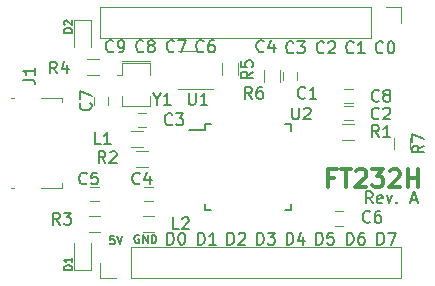
<source format=gto>
G04 #@! TF.GenerationSoftware,KiCad,Pcbnew,(5.0.1-3-g963ef8bb5)*
G04 #@! TF.CreationDate,2018-11-23T17:20:43+01:00*
G04 #@! TF.ProjectId,FT232H,4654323332482E6B696361645F706362,rev?*
G04 #@! TF.SameCoordinates,Original*
G04 #@! TF.FileFunction,Legend,Top*
G04 #@! TF.FilePolarity,Positive*
%FSLAX46Y46*%
G04 Gerber Fmt 4.6, Leading zero omitted, Abs format (unit mm)*
G04 Created by KiCad (PCBNEW (5.0.1-3-g963ef8bb5)) date Friday, 23 November 2018 at 17:20:43*
%MOMM*%
%LPD*%
G01*
G04 APERTURE LIST*
%ADD10C,0.200000*%
%ADD11C,0.300000*%
%ADD12C,0.150000*%
%ADD13C,0.120000*%
G04 APERTURE END LIST*
D10*
X183052380Y-80052380D02*
X182719047Y-79576190D01*
X182480952Y-80052380D02*
X182480952Y-79052380D01*
X182861904Y-79052380D01*
X182957142Y-79100000D01*
X183004761Y-79147619D01*
X183052380Y-79242857D01*
X183052380Y-79385714D01*
X183004761Y-79480952D01*
X182957142Y-79528571D01*
X182861904Y-79576190D01*
X182480952Y-79576190D01*
X183861904Y-80004761D02*
X183766666Y-80052380D01*
X183576190Y-80052380D01*
X183480952Y-80004761D01*
X183433333Y-79909523D01*
X183433333Y-79528571D01*
X183480952Y-79433333D01*
X183576190Y-79385714D01*
X183766666Y-79385714D01*
X183861904Y-79433333D01*
X183909523Y-79528571D01*
X183909523Y-79623809D01*
X183433333Y-79719047D01*
X184242857Y-79385714D02*
X184480952Y-80052380D01*
X184719047Y-79385714D01*
X185100000Y-79957142D02*
X185147619Y-80004761D01*
X185100000Y-80052380D01*
X185052380Y-80004761D01*
X185100000Y-79957142D01*
X185100000Y-80052380D01*
X186290476Y-79766666D02*
X186766666Y-79766666D01*
X186195238Y-80052380D02*
X186528571Y-79052380D01*
X186861904Y-80052380D01*
D11*
X179814285Y-77892857D02*
X179314285Y-77892857D01*
X179314285Y-78678571D02*
X179314285Y-77178571D01*
X180028571Y-77178571D01*
X180385714Y-77178571D02*
X181242857Y-77178571D01*
X180814285Y-78678571D02*
X180814285Y-77178571D01*
X181671428Y-77321428D02*
X181742857Y-77250000D01*
X181885714Y-77178571D01*
X182242857Y-77178571D01*
X182385714Y-77250000D01*
X182457142Y-77321428D01*
X182528571Y-77464285D01*
X182528571Y-77607142D01*
X182457142Y-77821428D01*
X181600000Y-78678571D01*
X182528571Y-78678571D01*
X183028571Y-77178571D02*
X183957142Y-77178571D01*
X183457142Y-77750000D01*
X183671428Y-77750000D01*
X183814285Y-77821428D01*
X183885714Y-77892857D01*
X183957142Y-78035714D01*
X183957142Y-78392857D01*
X183885714Y-78535714D01*
X183814285Y-78607142D01*
X183671428Y-78678571D01*
X183242857Y-78678571D01*
X183100000Y-78607142D01*
X183028571Y-78535714D01*
X184528571Y-77321428D02*
X184600000Y-77250000D01*
X184742857Y-77178571D01*
X185100000Y-77178571D01*
X185242857Y-77250000D01*
X185314285Y-77321428D01*
X185385714Y-77464285D01*
X185385714Y-77607142D01*
X185314285Y-77821428D01*
X184457142Y-78678571D01*
X185385714Y-78678571D01*
X186028571Y-78678571D02*
X186028571Y-77178571D01*
X186028571Y-77892857D02*
X186885714Y-77892857D01*
X186885714Y-78678571D02*
X186885714Y-77178571D01*
D10*
X183461904Y-83552380D02*
X183461904Y-82552380D01*
X183700000Y-82552380D01*
X183842857Y-82600000D01*
X183938095Y-82695238D01*
X183985714Y-82790476D01*
X184033333Y-82980952D01*
X184033333Y-83123809D01*
X183985714Y-83314285D01*
X183938095Y-83409523D01*
X183842857Y-83504761D01*
X183700000Y-83552380D01*
X183461904Y-83552380D01*
X184366666Y-82552380D02*
X185033333Y-82552380D01*
X184604761Y-83552380D01*
X180861904Y-83552380D02*
X180861904Y-82552380D01*
X181100000Y-82552380D01*
X181242857Y-82600000D01*
X181338095Y-82695238D01*
X181385714Y-82790476D01*
X181433333Y-82980952D01*
X181433333Y-83123809D01*
X181385714Y-83314285D01*
X181338095Y-83409523D01*
X181242857Y-83504761D01*
X181100000Y-83552380D01*
X180861904Y-83552380D01*
X182290476Y-82552380D02*
X182100000Y-82552380D01*
X182004761Y-82600000D01*
X181957142Y-82647619D01*
X181861904Y-82790476D01*
X181814285Y-82980952D01*
X181814285Y-83361904D01*
X181861904Y-83457142D01*
X181909523Y-83504761D01*
X182004761Y-83552380D01*
X182195238Y-83552380D01*
X182290476Y-83504761D01*
X182338095Y-83457142D01*
X182385714Y-83361904D01*
X182385714Y-83123809D01*
X182338095Y-83028571D01*
X182290476Y-82980952D01*
X182195238Y-82933333D01*
X182004761Y-82933333D01*
X181909523Y-82980952D01*
X181861904Y-83028571D01*
X181814285Y-83123809D01*
X178261904Y-83552380D02*
X178261904Y-82552380D01*
X178500000Y-82552380D01*
X178642857Y-82600000D01*
X178738095Y-82695238D01*
X178785714Y-82790476D01*
X178833333Y-82980952D01*
X178833333Y-83123809D01*
X178785714Y-83314285D01*
X178738095Y-83409523D01*
X178642857Y-83504761D01*
X178500000Y-83552380D01*
X178261904Y-83552380D01*
X179738095Y-82552380D02*
X179261904Y-82552380D01*
X179214285Y-83028571D01*
X179261904Y-82980952D01*
X179357142Y-82933333D01*
X179595238Y-82933333D01*
X179690476Y-82980952D01*
X179738095Y-83028571D01*
X179785714Y-83123809D01*
X179785714Y-83361904D01*
X179738095Y-83457142D01*
X179690476Y-83504761D01*
X179595238Y-83552380D01*
X179357142Y-83552380D01*
X179261904Y-83504761D01*
X179214285Y-83457142D01*
X175761904Y-83552380D02*
X175761904Y-82552380D01*
X176000000Y-82552380D01*
X176142857Y-82600000D01*
X176238095Y-82695238D01*
X176285714Y-82790476D01*
X176333333Y-82980952D01*
X176333333Y-83123809D01*
X176285714Y-83314285D01*
X176238095Y-83409523D01*
X176142857Y-83504761D01*
X176000000Y-83552380D01*
X175761904Y-83552380D01*
X177190476Y-82885714D02*
X177190476Y-83552380D01*
X176952380Y-82504761D02*
X176714285Y-83219047D01*
X177333333Y-83219047D01*
X173261904Y-83552380D02*
X173261904Y-82552380D01*
X173500000Y-82552380D01*
X173642857Y-82600000D01*
X173738095Y-82695238D01*
X173785714Y-82790476D01*
X173833333Y-82980952D01*
X173833333Y-83123809D01*
X173785714Y-83314285D01*
X173738095Y-83409523D01*
X173642857Y-83504761D01*
X173500000Y-83552380D01*
X173261904Y-83552380D01*
X174166666Y-82552380D02*
X174785714Y-82552380D01*
X174452380Y-82933333D01*
X174595238Y-82933333D01*
X174690476Y-82980952D01*
X174738095Y-83028571D01*
X174785714Y-83123809D01*
X174785714Y-83361904D01*
X174738095Y-83457142D01*
X174690476Y-83504761D01*
X174595238Y-83552380D01*
X174309523Y-83552380D01*
X174214285Y-83504761D01*
X174166666Y-83457142D01*
X170761904Y-83552380D02*
X170761904Y-82552380D01*
X171000000Y-82552380D01*
X171142857Y-82600000D01*
X171238095Y-82695238D01*
X171285714Y-82790476D01*
X171333333Y-82980952D01*
X171333333Y-83123809D01*
X171285714Y-83314285D01*
X171238095Y-83409523D01*
X171142857Y-83504761D01*
X171000000Y-83552380D01*
X170761904Y-83552380D01*
X171714285Y-82647619D02*
X171761904Y-82600000D01*
X171857142Y-82552380D01*
X172095238Y-82552380D01*
X172190476Y-82600000D01*
X172238095Y-82647619D01*
X172285714Y-82742857D01*
X172285714Y-82838095D01*
X172238095Y-82980952D01*
X171666666Y-83552380D01*
X172285714Y-83552380D01*
X168261904Y-83552380D02*
X168261904Y-82552380D01*
X168500000Y-82552380D01*
X168642857Y-82600000D01*
X168738095Y-82695238D01*
X168785714Y-82790476D01*
X168833333Y-82980952D01*
X168833333Y-83123809D01*
X168785714Y-83314285D01*
X168738095Y-83409523D01*
X168642857Y-83504761D01*
X168500000Y-83552380D01*
X168261904Y-83552380D01*
X169785714Y-83552380D02*
X169214285Y-83552380D01*
X169500000Y-83552380D02*
X169500000Y-82552380D01*
X169404761Y-82695238D01*
X169309523Y-82790476D01*
X169214285Y-82838095D01*
X165661904Y-83552380D02*
X165661904Y-82552380D01*
X165900000Y-82552380D01*
X166042857Y-82600000D01*
X166138095Y-82695238D01*
X166185714Y-82790476D01*
X166233333Y-82980952D01*
X166233333Y-83123809D01*
X166185714Y-83314285D01*
X166138095Y-83409523D01*
X166042857Y-83504761D01*
X165900000Y-83552380D01*
X165661904Y-83552380D01*
X166852380Y-82552380D02*
X166947619Y-82552380D01*
X167042857Y-82600000D01*
X167090476Y-82647619D01*
X167138095Y-82742857D01*
X167185714Y-82933333D01*
X167185714Y-83171428D01*
X167138095Y-83361904D01*
X167090476Y-83457142D01*
X167042857Y-83504761D01*
X166947619Y-83552380D01*
X166852380Y-83552380D01*
X166757142Y-83504761D01*
X166709523Y-83457142D01*
X166661904Y-83361904D01*
X166614285Y-83171428D01*
X166614285Y-82933333D01*
X166661904Y-82742857D01*
X166709523Y-82647619D01*
X166757142Y-82600000D01*
X166852380Y-82552380D01*
D12*
X161166666Y-82816666D02*
X160833333Y-82816666D01*
X160800000Y-83150000D01*
X160833333Y-83116666D01*
X160900000Y-83083333D01*
X161066666Y-83083333D01*
X161133333Y-83116666D01*
X161166666Y-83150000D01*
X161200000Y-83216666D01*
X161200000Y-83383333D01*
X161166666Y-83450000D01*
X161133333Y-83483333D01*
X161066666Y-83516666D01*
X160900000Y-83516666D01*
X160833333Y-83483333D01*
X160800000Y-83450000D01*
X161400000Y-82816666D02*
X161633333Y-83516666D01*
X161866666Y-82816666D01*
X163266666Y-82750000D02*
X163200000Y-82716666D01*
X163100000Y-82716666D01*
X163000000Y-82750000D01*
X162933333Y-82816666D01*
X162900000Y-82883333D01*
X162866666Y-83016666D01*
X162866666Y-83116666D01*
X162900000Y-83250000D01*
X162933333Y-83316666D01*
X163000000Y-83383333D01*
X163100000Y-83416666D01*
X163166666Y-83416666D01*
X163266666Y-83383333D01*
X163300000Y-83350000D01*
X163300000Y-83116666D01*
X163166666Y-83116666D01*
X163600000Y-83416666D02*
X163600000Y-82716666D01*
X164000000Y-83416666D01*
X164000000Y-82716666D01*
X164333333Y-83416666D02*
X164333333Y-82716666D01*
X164500000Y-82716666D01*
X164600000Y-82750000D01*
X164666666Y-82816666D01*
X164700000Y-82883333D01*
X164733333Y-83016666D01*
X164733333Y-83116666D01*
X164700000Y-83250000D01*
X164666666Y-83316666D01*
X164600000Y-83383333D01*
X164500000Y-83416666D01*
X164333333Y-83416666D01*
D10*
X183933333Y-67257142D02*
X183885714Y-67304761D01*
X183742857Y-67352380D01*
X183647619Y-67352380D01*
X183504761Y-67304761D01*
X183409523Y-67209523D01*
X183361904Y-67114285D01*
X183314285Y-66923809D01*
X183314285Y-66780952D01*
X183361904Y-66590476D01*
X183409523Y-66495238D01*
X183504761Y-66400000D01*
X183647619Y-66352380D01*
X183742857Y-66352380D01*
X183885714Y-66400000D01*
X183933333Y-66447619D01*
X184552380Y-66352380D02*
X184647619Y-66352380D01*
X184742857Y-66400000D01*
X184790476Y-66447619D01*
X184838095Y-66542857D01*
X184885714Y-66733333D01*
X184885714Y-66971428D01*
X184838095Y-67161904D01*
X184790476Y-67257142D01*
X184742857Y-67304761D01*
X184647619Y-67352380D01*
X184552380Y-67352380D01*
X184457142Y-67304761D01*
X184409523Y-67257142D01*
X184361904Y-67161904D01*
X184314285Y-66971428D01*
X184314285Y-66733333D01*
X184361904Y-66542857D01*
X184409523Y-66447619D01*
X184457142Y-66400000D01*
X184552380Y-66352380D01*
X181433333Y-67257142D02*
X181385714Y-67304761D01*
X181242857Y-67352380D01*
X181147619Y-67352380D01*
X181004761Y-67304761D01*
X180909523Y-67209523D01*
X180861904Y-67114285D01*
X180814285Y-66923809D01*
X180814285Y-66780952D01*
X180861904Y-66590476D01*
X180909523Y-66495238D01*
X181004761Y-66400000D01*
X181147619Y-66352380D01*
X181242857Y-66352380D01*
X181385714Y-66400000D01*
X181433333Y-66447619D01*
X182385714Y-67352380D02*
X181814285Y-67352380D01*
X182100000Y-67352380D02*
X182100000Y-66352380D01*
X182004761Y-66495238D01*
X181909523Y-66590476D01*
X181814285Y-66638095D01*
X178933333Y-67257142D02*
X178885714Y-67304761D01*
X178742857Y-67352380D01*
X178647619Y-67352380D01*
X178504761Y-67304761D01*
X178409523Y-67209523D01*
X178361904Y-67114285D01*
X178314285Y-66923809D01*
X178314285Y-66780952D01*
X178361904Y-66590476D01*
X178409523Y-66495238D01*
X178504761Y-66400000D01*
X178647619Y-66352380D01*
X178742857Y-66352380D01*
X178885714Y-66400000D01*
X178933333Y-66447619D01*
X179314285Y-66447619D02*
X179361904Y-66400000D01*
X179457142Y-66352380D01*
X179695238Y-66352380D01*
X179790476Y-66400000D01*
X179838095Y-66447619D01*
X179885714Y-66542857D01*
X179885714Y-66638095D01*
X179838095Y-66780952D01*
X179266666Y-67352380D01*
X179885714Y-67352380D01*
X176333333Y-67257142D02*
X176285714Y-67304761D01*
X176142857Y-67352380D01*
X176047619Y-67352380D01*
X175904761Y-67304761D01*
X175809523Y-67209523D01*
X175761904Y-67114285D01*
X175714285Y-66923809D01*
X175714285Y-66780952D01*
X175761904Y-66590476D01*
X175809523Y-66495238D01*
X175904761Y-66400000D01*
X176047619Y-66352380D01*
X176142857Y-66352380D01*
X176285714Y-66400000D01*
X176333333Y-66447619D01*
X176666666Y-66352380D02*
X177285714Y-66352380D01*
X176952380Y-66733333D01*
X177095238Y-66733333D01*
X177190476Y-66780952D01*
X177238095Y-66828571D01*
X177285714Y-66923809D01*
X177285714Y-67161904D01*
X177238095Y-67257142D01*
X177190476Y-67304761D01*
X177095238Y-67352380D01*
X176809523Y-67352380D01*
X176714285Y-67304761D01*
X176666666Y-67257142D01*
X173833333Y-67157142D02*
X173785714Y-67204761D01*
X173642857Y-67252380D01*
X173547619Y-67252380D01*
X173404761Y-67204761D01*
X173309523Y-67109523D01*
X173261904Y-67014285D01*
X173214285Y-66823809D01*
X173214285Y-66680952D01*
X173261904Y-66490476D01*
X173309523Y-66395238D01*
X173404761Y-66300000D01*
X173547619Y-66252380D01*
X173642857Y-66252380D01*
X173785714Y-66300000D01*
X173833333Y-66347619D01*
X174690476Y-66585714D02*
X174690476Y-67252380D01*
X174452380Y-66204761D02*
X174214285Y-66919047D01*
X174833333Y-66919047D01*
X168733333Y-67157142D02*
X168685714Y-67204761D01*
X168542857Y-67252380D01*
X168447619Y-67252380D01*
X168304761Y-67204761D01*
X168209523Y-67109523D01*
X168161904Y-67014285D01*
X168114285Y-66823809D01*
X168114285Y-66680952D01*
X168161904Y-66490476D01*
X168209523Y-66395238D01*
X168304761Y-66300000D01*
X168447619Y-66252380D01*
X168542857Y-66252380D01*
X168685714Y-66300000D01*
X168733333Y-66347619D01*
X169590476Y-66252380D02*
X169400000Y-66252380D01*
X169304761Y-66300000D01*
X169257142Y-66347619D01*
X169161904Y-66490476D01*
X169114285Y-66680952D01*
X169114285Y-67061904D01*
X169161904Y-67157142D01*
X169209523Y-67204761D01*
X169304761Y-67252380D01*
X169495238Y-67252380D01*
X169590476Y-67204761D01*
X169638095Y-67157142D01*
X169685714Y-67061904D01*
X169685714Y-66823809D01*
X169638095Y-66728571D01*
X169590476Y-66680952D01*
X169495238Y-66633333D01*
X169304761Y-66633333D01*
X169209523Y-66680952D01*
X169161904Y-66728571D01*
X169114285Y-66823809D01*
X166233333Y-67157142D02*
X166185714Y-67204761D01*
X166042857Y-67252380D01*
X165947619Y-67252380D01*
X165804761Y-67204761D01*
X165709523Y-67109523D01*
X165661904Y-67014285D01*
X165614285Y-66823809D01*
X165614285Y-66680952D01*
X165661904Y-66490476D01*
X165709523Y-66395238D01*
X165804761Y-66300000D01*
X165947619Y-66252380D01*
X166042857Y-66252380D01*
X166185714Y-66300000D01*
X166233333Y-66347619D01*
X166566666Y-66252380D02*
X167233333Y-66252380D01*
X166804761Y-67252380D01*
X163633333Y-67157142D02*
X163585714Y-67204761D01*
X163442857Y-67252380D01*
X163347619Y-67252380D01*
X163204761Y-67204761D01*
X163109523Y-67109523D01*
X163061904Y-67014285D01*
X163014285Y-66823809D01*
X163014285Y-66680952D01*
X163061904Y-66490476D01*
X163109523Y-66395238D01*
X163204761Y-66300000D01*
X163347619Y-66252380D01*
X163442857Y-66252380D01*
X163585714Y-66300000D01*
X163633333Y-66347619D01*
X164204761Y-66680952D02*
X164109523Y-66633333D01*
X164061904Y-66585714D01*
X164014285Y-66490476D01*
X164014285Y-66442857D01*
X164061904Y-66347619D01*
X164109523Y-66300000D01*
X164204761Y-66252380D01*
X164395238Y-66252380D01*
X164490476Y-66300000D01*
X164538095Y-66347619D01*
X164585714Y-66442857D01*
X164585714Y-66490476D01*
X164538095Y-66585714D01*
X164490476Y-66633333D01*
X164395238Y-66680952D01*
X164204761Y-66680952D01*
X164109523Y-66728571D01*
X164061904Y-66776190D01*
X164014285Y-66871428D01*
X164014285Y-67061904D01*
X164061904Y-67157142D01*
X164109523Y-67204761D01*
X164204761Y-67252380D01*
X164395238Y-67252380D01*
X164490476Y-67204761D01*
X164538095Y-67157142D01*
X164585714Y-67061904D01*
X164585714Y-66871428D01*
X164538095Y-66776190D01*
X164490476Y-66728571D01*
X164395238Y-66680952D01*
X161083333Y-67157142D02*
X161035714Y-67204761D01*
X160892857Y-67252380D01*
X160797619Y-67252380D01*
X160654761Y-67204761D01*
X160559523Y-67109523D01*
X160511904Y-67014285D01*
X160464285Y-66823809D01*
X160464285Y-66680952D01*
X160511904Y-66490476D01*
X160559523Y-66395238D01*
X160654761Y-66300000D01*
X160797619Y-66252380D01*
X160892857Y-66252380D01*
X161035714Y-66300000D01*
X161083333Y-66347619D01*
X161559523Y-67252380D02*
X161750000Y-67252380D01*
X161845238Y-67204761D01*
X161892857Y-67157142D01*
X161988095Y-67014285D01*
X162035714Y-66823809D01*
X162035714Y-66442857D01*
X161988095Y-66347619D01*
X161940476Y-66300000D01*
X161845238Y-66252380D01*
X161654761Y-66252380D01*
X161559523Y-66300000D01*
X161511904Y-66347619D01*
X161464285Y-66442857D01*
X161464285Y-66680952D01*
X161511904Y-66776190D01*
X161559523Y-66823809D01*
X161654761Y-66871428D01*
X161845238Y-66871428D01*
X161940476Y-66823809D01*
X161988095Y-66776190D01*
X162035714Y-66680952D01*
D13*
G04 #@! TO.C,J2*
X185480000Y-86420000D02*
X185480000Y-83760000D01*
X162560000Y-86420000D02*
X185480000Y-86420000D01*
X162560000Y-83760000D02*
X185480000Y-83760000D01*
X162560000Y-86420000D02*
X162560000Y-83760000D01*
X161290000Y-86420000D02*
X159960000Y-86420000D01*
X159960000Y-86420000D02*
X159960000Y-85090000D01*
G04 #@! TO.C,Y1*
X161800000Y-71800000D02*
X161800000Y-71000000D01*
X164200000Y-71800000D02*
X162200000Y-71800000D01*
X164200000Y-71000000D02*
X164200000Y-71800000D01*
X164200000Y-68200000D02*
X164200000Y-69200000D01*
X162200000Y-68200000D02*
X164200000Y-68200000D01*
X161800000Y-69200000D02*
X161800000Y-68200000D01*
X161800000Y-69200000D02*
X161400000Y-69200000D01*
X164200000Y-68000000D02*
X162200000Y-68000000D01*
X162200000Y-71800000D02*
X161800000Y-71800000D01*
X162200000Y-68200000D02*
X161800000Y-68200000D01*
X162200000Y-68000000D02*
X161800000Y-68000000D01*
G04 #@! TO.C,J1*
X156751600Y-78740000D02*
X156751600Y-78360000D01*
X152701600Y-78740000D02*
X152441600Y-78740000D01*
X156751600Y-78740000D02*
X154981600Y-78740000D01*
X156751600Y-71120000D02*
X156751600Y-71500000D01*
X154981600Y-71120000D02*
X156751600Y-71120000D01*
X152441600Y-71120000D02*
X152701600Y-71120000D01*
G04 #@! TO.C,D2*
X157765000Y-64515000D02*
X157765000Y-66800000D01*
X159235000Y-64515000D02*
X157765000Y-64515000D01*
X159235000Y-66800000D02*
X159235000Y-64515000D01*
G04 #@! TO.C,D1*
X157765000Y-83437500D02*
X157765000Y-85722500D01*
X157765000Y-85722500D02*
X159235000Y-85722500D01*
X159235000Y-85722500D02*
X159235000Y-83437500D01*
G04 #@! TO.C,J3*
X185480000Y-63440000D02*
X185480000Y-64770000D01*
X184150000Y-63440000D02*
X185480000Y-63440000D01*
X182880000Y-63440000D02*
X182880000Y-66100000D01*
X182880000Y-66100000D02*
X159960000Y-66100000D01*
X182880000Y-63440000D02*
X159960000Y-63440000D01*
X159960000Y-63440000D02*
X159960000Y-66100000D01*
G04 #@! TO.C,C1*
X175425000Y-69600000D02*
X175425000Y-68900000D01*
X176625000Y-68900000D02*
X176625000Y-69600000D01*
G04 #@! TO.C,C2*
X180650000Y-71800000D02*
X181350000Y-71800000D01*
X181350000Y-73000000D02*
X180650000Y-73000000D01*
G04 #@! TO.C,C3*
X163850000Y-73600000D02*
X163150000Y-73600000D01*
X163150000Y-72400000D02*
X163850000Y-72400000D01*
G04 #@! TO.C,C4*
X163734000Y-78648000D02*
X164434000Y-78648000D01*
X164434000Y-79848000D02*
X163734000Y-79848000D01*
G04 #@! TO.C,C5*
X159862000Y-79848000D02*
X159162000Y-79848000D01*
X159162000Y-78648000D02*
X159862000Y-78648000D01*
G04 #@! TO.C,C6*
X179875000Y-80750000D02*
X180575000Y-80750000D01*
X180575000Y-81950000D02*
X179875000Y-81950000D01*
G04 #@! TO.C,C7*
X160650000Y-71050000D02*
X160650000Y-71750000D01*
X159450000Y-71750000D02*
X159450000Y-71050000D01*
G04 #@! TO.C,C8*
X181350000Y-71600000D02*
X180650000Y-71600000D01*
X180650000Y-70400000D02*
X181350000Y-70400000D01*
G04 #@! TO.C,L1*
X162600000Y-73920000D02*
X163600000Y-73920000D01*
X163600000Y-75280000D02*
X162600000Y-75280000D01*
G04 #@! TO.C,L2*
X163584000Y-81108000D02*
X164584000Y-81108000D01*
X164584000Y-82468000D02*
X163584000Y-82468000D01*
G04 #@! TO.C,R1*
X180500000Y-73320000D02*
X181500000Y-73320000D01*
X181500000Y-74680000D02*
X180500000Y-74680000D01*
G04 #@! TO.C,R2*
X163000000Y-75620000D02*
X164000000Y-75620000D01*
X164000000Y-76980000D02*
X163000000Y-76980000D01*
G04 #@! TO.C,R3*
X160012000Y-82468000D02*
X159012000Y-82468000D01*
X159012000Y-81108000D02*
X160012000Y-81108000D01*
G04 #@! TO.C,R4*
X158900000Y-67820000D02*
X159900000Y-67820000D01*
X159900000Y-69180000D02*
X158900000Y-69180000D01*
G04 #@! TO.C,R5*
X171680000Y-68200000D02*
X171680000Y-69200000D01*
X170320000Y-69200000D02*
X170320000Y-68200000D01*
G04 #@! TO.C,R6*
X175180000Y-68750000D02*
X175180000Y-69750000D01*
X173820000Y-69750000D02*
X173820000Y-68750000D01*
G04 #@! TO.C,R7*
X184820000Y-75500000D02*
X184820000Y-74500000D01*
X186180000Y-74500000D02*
X186180000Y-75500000D01*
G04 #@! TO.C,U1*
X166600000Y-70410000D02*
X169550000Y-70410000D01*
X168400000Y-67190000D02*
X166600000Y-67190000D01*
D12*
G04 #@! TO.C,U2*
X168875000Y-73825000D02*
X167500000Y-73825000D01*
X176125000Y-73375000D02*
X175600000Y-73375000D01*
X176125000Y-80625000D02*
X175600000Y-80625000D01*
X168875000Y-80625000D02*
X169400000Y-80625000D01*
X168875000Y-73375000D02*
X169400000Y-73375000D01*
X168875000Y-80625000D02*
X168875000Y-80100000D01*
X176125000Y-80625000D02*
X176125000Y-80100000D01*
X176125000Y-73375000D02*
X176125000Y-73900000D01*
X168875000Y-73375000D02*
X168875000Y-73825000D01*
G04 #@! TO.C,Y1*
X164773809Y-71226190D02*
X164773809Y-71702380D01*
X164440476Y-70702380D02*
X164773809Y-71226190D01*
X165107142Y-70702380D01*
X165964285Y-71702380D02*
X165392857Y-71702380D01*
X165678571Y-71702380D02*
X165678571Y-70702380D01*
X165583333Y-70845238D01*
X165488095Y-70940476D01*
X165392857Y-70988095D01*
G04 #@! TO.C,J1*
X153452380Y-69583333D02*
X154166666Y-69583333D01*
X154309523Y-69630952D01*
X154404761Y-69726190D01*
X154452380Y-69869047D01*
X154452380Y-69964285D01*
X154452380Y-68583333D02*
X154452380Y-69154761D01*
X154452380Y-68869047D02*
X153452380Y-68869047D01*
X153595238Y-68964285D01*
X153690476Y-69059523D01*
X153738095Y-69154761D01*
G04 #@! TO.C,D2*
X157616666Y-65616666D02*
X156916666Y-65616666D01*
X156916666Y-65450000D01*
X156950000Y-65350000D01*
X157016666Y-65283333D01*
X157083333Y-65250000D01*
X157216666Y-65216666D01*
X157316666Y-65216666D01*
X157450000Y-65250000D01*
X157516666Y-65283333D01*
X157583333Y-65350000D01*
X157616666Y-65450000D01*
X157616666Y-65616666D01*
X156983333Y-64950000D02*
X156950000Y-64916666D01*
X156916666Y-64850000D01*
X156916666Y-64683333D01*
X156950000Y-64616666D01*
X156983333Y-64583333D01*
X157050000Y-64550000D01*
X157116666Y-64550000D01*
X157216666Y-64583333D01*
X157616666Y-64983333D01*
X157616666Y-64550000D01*
G04 #@! TO.C,D1*
X157616666Y-85716666D02*
X156916666Y-85716666D01*
X156916666Y-85550000D01*
X156950000Y-85450000D01*
X157016666Y-85383333D01*
X157083333Y-85350000D01*
X157216666Y-85316666D01*
X157316666Y-85316666D01*
X157450000Y-85350000D01*
X157516666Y-85383333D01*
X157583333Y-85450000D01*
X157616666Y-85550000D01*
X157616666Y-85716666D01*
X157616666Y-84650000D02*
X157616666Y-85050000D01*
X157616666Y-84850000D02*
X156916666Y-84850000D01*
X157016666Y-84916666D01*
X157083333Y-84983333D01*
X157116666Y-85050000D01*
G04 #@! TO.C,C1*
X177333333Y-71107142D02*
X177285714Y-71154761D01*
X177142857Y-71202380D01*
X177047619Y-71202380D01*
X176904761Y-71154761D01*
X176809523Y-71059523D01*
X176761904Y-70964285D01*
X176714285Y-70773809D01*
X176714285Y-70630952D01*
X176761904Y-70440476D01*
X176809523Y-70345238D01*
X176904761Y-70250000D01*
X177047619Y-70202380D01*
X177142857Y-70202380D01*
X177285714Y-70250000D01*
X177333333Y-70297619D01*
X178285714Y-71202380D02*
X177714285Y-71202380D01*
X178000000Y-71202380D02*
X178000000Y-70202380D01*
X177904761Y-70345238D01*
X177809523Y-70440476D01*
X177714285Y-70488095D01*
G04 #@! TO.C,C2*
X183583333Y-72857142D02*
X183535714Y-72904761D01*
X183392857Y-72952380D01*
X183297619Y-72952380D01*
X183154761Y-72904761D01*
X183059523Y-72809523D01*
X183011904Y-72714285D01*
X182964285Y-72523809D01*
X182964285Y-72380952D01*
X183011904Y-72190476D01*
X183059523Y-72095238D01*
X183154761Y-72000000D01*
X183297619Y-71952380D01*
X183392857Y-71952380D01*
X183535714Y-72000000D01*
X183583333Y-72047619D01*
X183964285Y-72047619D02*
X184011904Y-72000000D01*
X184107142Y-71952380D01*
X184345238Y-71952380D01*
X184440476Y-72000000D01*
X184488095Y-72047619D01*
X184535714Y-72142857D01*
X184535714Y-72238095D01*
X184488095Y-72380952D01*
X183916666Y-72952380D01*
X184535714Y-72952380D01*
G04 #@! TO.C,C3*
X166083333Y-73357142D02*
X166035714Y-73404761D01*
X165892857Y-73452380D01*
X165797619Y-73452380D01*
X165654761Y-73404761D01*
X165559523Y-73309523D01*
X165511904Y-73214285D01*
X165464285Y-73023809D01*
X165464285Y-72880952D01*
X165511904Y-72690476D01*
X165559523Y-72595238D01*
X165654761Y-72500000D01*
X165797619Y-72452380D01*
X165892857Y-72452380D01*
X166035714Y-72500000D01*
X166083333Y-72547619D01*
X166416666Y-72452380D02*
X167035714Y-72452380D01*
X166702380Y-72833333D01*
X166845238Y-72833333D01*
X166940476Y-72880952D01*
X166988095Y-72928571D01*
X167035714Y-73023809D01*
X167035714Y-73261904D01*
X166988095Y-73357142D01*
X166940476Y-73404761D01*
X166845238Y-73452380D01*
X166559523Y-73452380D01*
X166464285Y-73404761D01*
X166416666Y-73357142D01*
G04 #@! TO.C,C4*
X163333333Y-78357142D02*
X163285714Y-78404761D01*
X163142857Y-78452380D01*
X163047619Y-78452380D01*
X162904761Y-78404761D01*
X162809523Y-78309523D01*
X162761904Y-78214285D01*
X162714285Y-78023809D01*
X162714285Y-77880952D01*
X162761904Y-77690476D01*
X162809523Y-77595238D01*
X162904761Y-77500000D01*
X163047619Y-77452380D01*
X163142857Y-77452380D01*
X163285714Y-77500000D01*
X163333333Y-77547619D01*
X164190476Y-77785714D02*
X164190476Y-78452380D01*
X163952380Y-77404761D02*
X163714285Y-78119047D01*
X164333333Y-78119047D01*
G04 #@! TO.C,C5*
X158833333Y-78357142D02*
X158785714Y-78404761D01*
X158642857Y-78452380D01*
X158547619Y-78452380D01*
X158404761Y-78404761D01*
X158309523Y-78309523D01*
X158261904Y-78214285D01*
X158214285Y-78023809D01*
X158214285Y-77880952D01*
X158261904Y-77690476D01*
X158309523Y-77595238D01*
X158404761Y-77500000D01*
X158547619Y-77452380D01*
X158642857Y-77452380D01*
X158785714Y-77500000D01*
X158833333Y-77547619D01*
X159738095Y-77452380D02*
X159261904Y-77452380D01*
X159214285Y-77928571D01*
X159261904Y-77880952D01*
X159357142Y-77833333D01*
X159595238Y-77833333D01*
X159690476Y-77880952D01*
X159738095Y-77928571D01*
X159785714Y-78023809D01*
X159785714Y-78261904D01*
X159738095Y-78357142D01*
X159690476Y-78404761D01*
X159595238Y-78452380D01*
X159357142Y-78452380D01*
X159261904Y-78404761D01*
X159214285Y-78357142D01*
G04 #@! TO.C,C6*
X182833333Y-81607142D02*
X182785714Y-81654761D01*
X182642857Y-81702380D01*
X182547619Y-81702380D01*
X182404761Y-81654761D01*
X182309523Y-81559523D01*
X182261904Y-81464285D01*
X182214285Y-81273809D01*
X182214285Y-81130952D01*
X182261904Y-80940476D01*
X182309523Y-80845238D01*
X182404761Y-80750000D01*
X182547619Y-80702380D01*
X182642857Y-80702380D01*
X182785714Y-80750000D01*
X182833333Y-80797619D01*
X183690476Y-80702380D02*
X183500000Y-80702380D01*
X183404761Y-80750000D01*
X183357142Y-80797619D01*
X183261904Y-80940476D01*
X183214285Y-81130952D01*
X183214285Y-81511904D01*
X183261904Y-81607142D01*
X183309523Y-81654761D01*
X183404761Y-81702380D01*
X183595238Y-81702380D01*
X183690476Y-81654761D01*
X183738095Y-81607142D01*
X183785714Y-81511904D01*
X183785714Y-81273809D01*
X183738095Y-81178571D01*
X183690476Y-81130952D01*
X183595238Y-81083333D01*
X183404761Y-81083333D01*
X183309523Y-81130952D01*
X183261904Y-81178571D01*
X183214285Y-81273809D01*
G04 #@! TO.C,C7*
X159157142Y-71566666D02*
X159204761Y-71614285D01*
X159252380Y-71757142D01*
X159252380Y-71852380D01*
X159204761Y-71995238D01*
X159109523Y-72090476D01*
X159014285Y-72138095D01*
X158823809Y-72185714D01*
X158680952Y-72185714D01*
X158490476Y-72138095D01*
X158395238Y-72090476D01*
X158300000Y-71995238D01*
X158252380Y-71852380D01*
X158252380Y-71757142D01*
X158300000Y-71614285D01*
X158347619Y-71566666D01*
X158252380Y-71233333D02*
X158252380Y-70566666D01*
X159252380Y-70995238D01*
G04 #@! TO.C,C8*
X183583333Y-71357142D02*
X183535714Y-71404761D01*
X183392857Y-71452380D01*
X183297619Y-71452380D01*
X183154761Y-71404761D01*
X183059523Y-71309523D01*
X183011904Y-71214285D01*
X182964285Y-71023809D01*
X182964285Y-70880952D01*
X183011904Y-70690476D01*
X183059523Y-70595238D01*
X183154761Y-70500000D01*
X183297619Y-70452380D01*
X183392857Y-70452380D01*
X183535714Y-70500000D01*
X183583333Y-70547619D01*
X184154761Y-70880952D02*
X184059523Y-70833333D01*
X184011904Y-70785714D01*
X183964285Y-70690476D01*
X183964285Y-70642857D01*
X184011904Y-70547619D01*
X184059523Y-70500000D01*
X184154761Y-70452380D01*
X184345238Y-70452380D01*
X184440476Y-70500000D01*
X184488095Y-70547619D01*
X184535714Y-70642857D01*
X184535714Y-70690476D01*
X184488095Y-70785714D01*
X184440476Y-70833333D01*
X184345238Y-70880952D01*
X184154761Y-70880952D01*
X184059523Y-70928571D01*
X184011904Y-70976190D01*
X183964285Y-71071428D01*
X183964285Y-71261904D01*
X184011904Y-71357142D01*
X184059523Y-71404761D01*
X184154761Y-71452380D01*
X184345238Y-71452380D01*
X184440476Y-71404761D01*
X184488095Y-71357142D01*
X184535714Y-71261904D01*
X184535714Y-71071428D01*
X184488095Y-70976190D01*
X184440476Y-70928571D01*
X184345238Y-70880952D01*
G04 #@! TO.C,L1*
X160033333Y-75052380D02*
X159557142Y-75052380D01*
X159557142Y-74052380D01*
X160890476Y-75052380D02*
X160319047Y-75052380D01*
X160604761Y-75052380D02*
X160604761Y-74052380D01*
X160509523Y-74195238D01*
X160414285Y-74290476D01*
X160319047Y-74338095D01*
G04 #@! TO.C,L2*
X166633333Y-82252380D02*
X166157142Y-82252380D01*
X166157142Y-81252380D01*
X166919047Y-81347619D02*
X166966666Y-81300000D01*
X167061904Y-81252380D01*
X167300000Y-81252380D01*
X167395238Y-81300000D01*
X167442857Y-81347619D01*
X167490476Y-81442857D01*
X167490476Y-81538095D01*
X167442857Y-81680952D01*
X166871428Y-82252380D01*
X167490476Y-82252380D01*
G04 #@! TO.C,R1*
X183583333Y-74452380D02*
X183250000Y-73976190D01*
X183011904Y-74452380D02*
X183011904Y-73452380D01*
X183392857Y-73452380D01*
X183488095Y-73500000D01*
X183535714Y-73547619D01*
X183583333Y-73642857D01*
X183583333Y-73785714D01*
X183535714Y-73880952D01*
X183488095Y-73928571D01*
X183392857Y-73976190D01*
X183011904Y-73976190D01*
X184535714Y-74452380D02*
X183964285Y-74452380D01*
X184250000Y-74452380D02*
X184250000Y-73452380D01*
X184154761Y-73595238D01*
X184059523Y-73690476D01*
X183964285Y-73738095D01*
G04 #@! TO.C,R2*
X160433333Y-76652380D02*
X160100000Y-76176190D01*
X159861904Y-76652380D02*
X159861904Y-75652380D01*
X160242857Y-75652380D01*
X160338095Y-75700000D01*
X160385714Y-75747619D01*
X160433333Y-75842857D01*
X160433333Y-75985714D01*
X160385714Y-76080952D01*
X160338095Y-76128571D01*
X160242857Y-76176190D01*
X159861904Y-76176190D01*
X160814285Y-75747619D02*
X160861904Y-75700000D01*
X160957142Y-75652380D01*
X161195238Y-75652380D01*
X161290476Y-75700000D01*
X161338095Y-75747619D01*
X161385714Y-75842857D01*
X161385714Y-75938095D01*
X161338095Y-76080952D01*
X160766666Y-76652380D01*
X161385714Y-76652380D01*
G04 #@! TO.C,R3*
X156583333Y-81852380D02*
X156250000Y-81376190D01*
X156011904Y-81852380D02*
X156011904Y-80852380D01*
X156392857Y-80852380D01*
X156488095Y-80900000D01*
X156535714Y-80947619D01*
X156583333Y-81042857D01*
X156583333Y-81185714D01*
X156535714Y-81280952D01*
X156488095Y-81328571D01*
X156392857Y-81376190D01*
X156011904Y-81376190D01*
X156916666Y-80852380D02*
X157535714Y-80852380D01*
X157202380Y-81233333D01*
X157345238Y-81233333D01*
X157440476Y-81280952D01*
X157488095Y-81328571D01*
X157535714Y-81423809D01*
X157535714Y-81661904D01*
X157488095Y-81757142D01*
X157440476Y-81804761D01*
X157345238Y-81852380D01*
X157059523Y-81852380D01*
X156964285Y-81804761D01*
X156916666Y-81757142D01*
G04 #@! TO.C,R4*
X156333333Y-69052380D02*
X156000000Y-68576190D01*
X155761904Y-69052380D02*
X155761904Y-68052380D01*
X156142857Y-68052380D01*
X156238095Y-68100000D01*
X156285714Y-68147619D01*
X156333333Y-68242857D01*
X156333333Y-68385714D01*
X156285714Y-68480952D01*
X156238095Y-68528571D01*
X156142857Y-68576190D01*
X155761904Y-68576190D01*
X157190476Y-68385714D02*
X157190476Y-69052380D01*
X156952380Y-68004761D02*
X156714285Y-68719047D01*
X157333333Y-68719047D01*
G04 #@! TO.C,R5*
X172902380Y-68916666D02*
X172426190Y-69250000D01*
X172902380Y-69488095D02*
X171902380Y-69488095D01*
X171902380Y-69107142D01*
X171950000Y-69011904D01*
X171997619Y-68964285D01*
X172092857Y-68916666D01*
X172235714Y-68916666D01*
X172330952Y-68964285D01*
X172378571Y-69011904D01*
X172426190Y-69107142D01*
X172426190Y-69488095D01*
X171902380Y-68011904D02*
X171902380Y-68488095D01*
X172378571Y-68535714D01*
X172330952Y-68488095D01*
X172283333Y-68392857D01*
X172283333Y-68154761D01*
X172330952Y-68059523D01*
X172378571Y-68011904D01*
X172473809Y-67964285D01*
X172711904Y-67964285D01*
X172807142Y-68011904D01*
X172854761Y-68059523D01*
X172902380Y-68154761D01*
X172902380Y-68392857D01*
X172854761Y-68488095D01*
X172807142Y-68535714D01*
G04 #@! TO.C,R6*
X172833333Y-71202380D02*
X172500000Y-70726190D01*
X172261904Y-71202380D02*
X172261904Y-70202380D01*
X172642857Y-70202380D01*
X172738095Y-70250000D01*
X172785714Y-70297619D01*
X172833333Y-70392857D01*
X172833333Y-70535714D01*
X172785714Y-70630952D01*
X172738095Y-70678571D01*
X172642857Y-70726190D01*
X172261904Y-70726190D01*
X173690476Y-70202380D02*
X173500000Y-70202380D01*
X173404761Y-70250000D01*
X173357142Y-70297619D01*
X173261904Y-70440476D01*
X173214285Y-70630952D01*
X173214285Y-71011904D01*
X173261904Y-71107142D01*
X173309523Y-71154761D01*
X173404761Y-71202380D01*
X173595238Y-71202380D01*
X173690476Y-71154761D01*
X173738095Y-71107142D01*
X173785714Y-71011904D01*
X173785714Y-70773809D01*
X173738095Y-70678571D01*
X173690476Y-70630952D01*
X173595238Y-70583333D01*
X173404761Y-70583333D01*
X173309523Y-70630952D01*
X173261904Y-70678571D01*
X173214285Y-70773809D01*
G04 #@! TO.C,R7*
X187402380Y-75166666D02*
X186926190Y-75500000D01*
X187402380Y-75738095D02*
X186402380Y-75738095D01*
X186402380Y-75357142D01*
X186450000Y-75261904D01*
X186497619Y-75214285D01*
X186592857Y-75166666D01*
X186735714Y-75166666D01*
X186830952Y-75214285D01*
X186878571Y-75261904D01*
X186926190Y-75357142D01*
X186926190Y-75738095D01*
X186402380Y-74833333D02*
X186402380Y-74166666D01*
X187402380Y-74595238D01*
G04 #@! TO.C,U1*
X167488095Y-70702380D02*
X167488095Y-71511904D01*
X167535714Y-71607142D01*
X167583333Y-71654761D01*
X167678571Y-71702380D01*
X167869047Y-71702380D01*
X167964285Y-71654761D01*
X168011904Y-71607142D01*
X168059523Y-71511904D01*
X168059523Y-70702380D01*
X169059523Y-71702380D02*
X168488095Y-71702380D01*
X168773809Y-71702380D02*
X168773809Y-70702380D01*
X168678571Y-70845238D01*
X168583333Y-70940476D01*
X168488095Y-70988095D01*
G04 #@! TO.C,U2*
X176238095Y-71952380D02*
X176238095Y-72761904D01*
X176285714Y-72857142D01*
X176333333Y-72904761D01*
X176428571Y-72952380D01*
X176619047Y-72952380D01*
X176714285Y-72904761D01*
X176761904Y-72857142D01*
X176809523Y-72761904D01*
X176809523Y-71952380D01*
X177238095Y-72047619D02*
X177285714Y-72000000D01*
X177380952Y-71952380D01*
X177619047Y-71952380D01*
X177714285Y-72000000D01*
X177761904Y-72047619D01*
X177809523Y-72142857D01*
X177809523Y-72238095D01*
X177761904Y-72380952D01*
X177190476Y-72952380D01*
X177809523Y-72952380D01*
G04 #@! TD*
M02*

</source>
